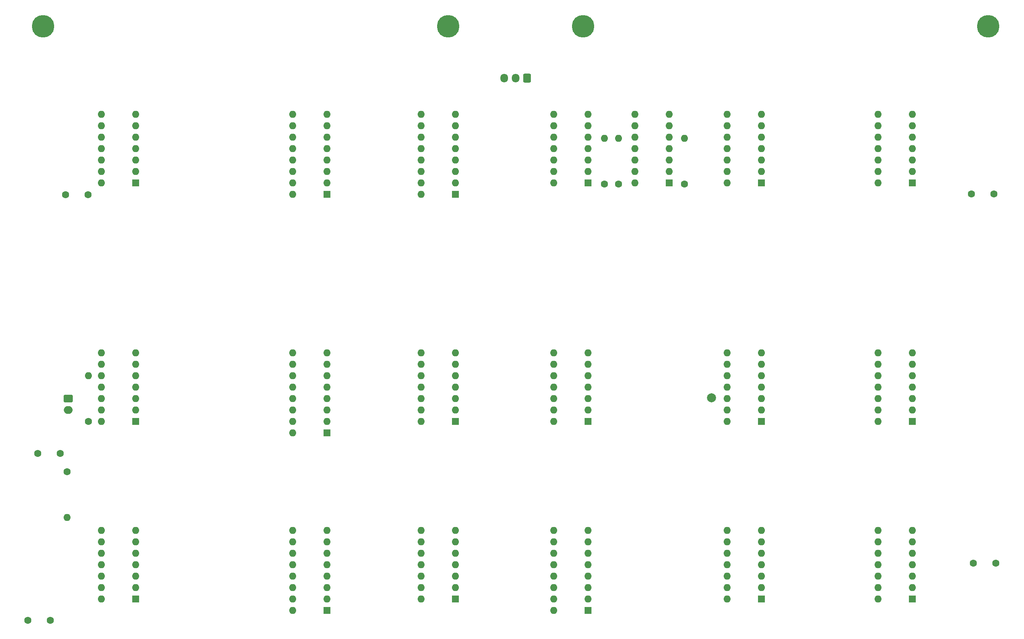
<source format=gbr>
%TF.GenerationSoftware,KiCad,Pcbnew,(6.0.4-0)*%
%TF.CreationDate,2024-04-14T14:43:09+10:00*%
%TF.ProjectId,256 word memory,32353620-776f-4726-9420-6d656d6f7279,rev?*%
%TF.SameCoordinates,Original*%
%TF.FileFunction,Soldermask,Top*%
%TF.FilePolarity,Negative*%
%FSLAX46Y46*%
G04 Gerber Fmt 4.6, Leading zero omitted, Abs format (unit mm)*
G04 Created by KiCad (PCBNEW (6.0.4-0)) date 2024-04-14 14:43:09*
%MOMM*%
%LPD*%
G01*
G04 APERTURE LIST*
G04 Aperture macros list*
%AMRoundRect*
0 Rectangle with rounded corners*
0 $1 Rounding radius*
0 $2 $3 $4 $5 $6 $7 $8 $9 X,Y pos of 4 corners*
0 Add a 4 corners polygon primitive as box body*
4,1,4,$2,$3,$4,$5,$6,$7,$8,$9,$2,$3,0*
0 Add four circle primitives for the rounded corners*
1,1,$1+$1,$2,$3*
1,1,$1+$1,$4,$5*
1,1,$1+$1,$6,$7*
1,1,$1+$1,$8,$9*
0 Add four rect primitives between the rounded corners*
20,1,$1+$1,$2,$3,$4,$5,0*
20,1,$1+$1,$4,$5,$6,$7,0*
20,1,$1+$1,$6,$7,$8,$9,0*
20,1,$1+$1,$8,$9,$2,$3,0*%
G04 Aperture macros list end*
%ADD10C,1.600000*%
%ADD11O,1.600000X1.600000*%
%ADD12R,1.600000X1.600000*%
%ADD13C,2.000000*%
%ADD14C,5.000000*%
%ADD15RoundRect,0.250000X-0.750000X0.600000X-0.750000X-0.600000X0.750000X-0.600000X0.750000X0.600000X0*%
%ADD16O,2.000000X1.700000*%
%ADD17RoundRect,0.250000X0.600000X0.725000X-0.600000X0.725000X-0.600000X-0.725000X0.600000X-0.725000X0*%
%ADD18O,1.700000X1.950000*%
G04 APERTURE END LIST*
D10*
%TO.C,R4*%
X34550000Y-110800000D03*
D11*
X34550000Y-100640000D03*
%TD*%
D10*
%TO.C,R5*%
X29845000Y-121920000D03*
D11*
X29845000Y-132080000D03*
%TD*%
D12*
%TO.C,U7*%
X45120000Y-57740000D03*
D11*
X45120000Y-55200000D03*
X45120000Y-52660000D03*
X45120000Y-50120000D03*
X45120000Y-47580000D03*
X45120000Y-45040000D03*
X45120000Y-42500000D03*
X37500000Y-42500000D03*
X37500000Y-45040000D03*
X37500000Y-47580000D03*
X37500000Y-50120000D03*
X37500000Y-52660000D03*
X37500000Y-55200000D03*
X37500000Y-57740000D03*
%TD*%
D12*
%TO.C,U3*%
X87620000Y-60280000D03*
D11*
X87620000Y-57740000D03*
X87620000Y-55200000D03*
X87620000Y-52660000D03*
X87620000Y-50120000D03*
X87620000Y-47580000D03*
X87620000Y-45040000D03*
X87620000Y-42500000D03*
X80000000Y-42500000D03*
X80000000Y-45040000D03*
X80000000Y-47580000D03*
X80000000Y-50120000D03*
X80000000Y-52660000D03*
X80000000Y-55200000D03*
X80000000Y-57740000D03*
X80000000Y-60280000D03*
%TD*%
D12*
%TO.C,U8*%
X116120000Y-60280000D03*
D11*
X116120000Y-57740000D03*
X116120000Y-55200000D03*
X116120000Y-52660000D03*
X116120000Y-50120000D03*
X116120000Y-47580000D03*
X116120000Y-45040000D03*
X116120000Y-42500000D03*
X108500000Y-42500000D03*
X108500000Y-45040000D03*
X108500000Y-47580000D03*
X108500000Y-50120000D03*
X108500000Y-52660000D03*
X108500000Y-55200000D03*
X108500000Y-57740000D03*
X108500000Y-60280000D03*
%TD*%
D12*
%TO.C,U13*%
X145620000Y-57740000D03*
D11*
X145620000Y-55200000D03*
X145620000Y-52660000D03*
X145620000Y-50120000D03*
X145620000Y-47580000D03*
X145620000Y-45040000D03*
X145620000Y-42500000D03*
X138000000Y-42500000D03*
X138000000Y-45040000D03*
X138000000Y-47580000D03*
X138000000Y-50120000D03*
X138000000Y-52660000D03*
X138000000Y-55200000D03*
X138000000Y-57740000D03*
%TD*%
D12*
%TO.C,U9*%
X87620000Y-113280000D03*
D11*
X87620000Y-110740000D03*
X87620000Y-108200000D03*
X87620000Y-105660000D03*
X87620000Y-103120000D03*
X87620000Y-100580000D03*
X87620000Y-98040000D03*
X87620000Y-95500000D03*
X80000000Y-95500000D03*
X80000000Y-98040000D03*
X80000000Y-100580000D03*
X80000000Y-103120000D03*
X80000000Y-105660000D03*
X80000000Y-108200000D03*
X80000000Y-110740000D03*
X80000000Y-113280000D03*
%TD*%
D12*
%TO.C,U10*%
X116120000Y-110740000D03*
D11*
X116120000Y-108200000D03*
X116120000Y-105660000D03*
X116120000Y-103120000D03*
X116120000Y-100580000D03*
X116120000Y-98040000D03*
X116120000Y-95500000D03*
X108500000Y-95500000D03*
X108500000Y-98040000D03*
X108500000Y-100580000D03*
X108500000Y-103120000D03*
X108500000Y-105660000D03*
X108500000Y-108200000D03*
X108500000Y-110740000D03*
%TD*%
D12*
%TO.C,U12*%
X184120000Y-110740000D03*
D11*
X184120000Y-108200000D03*
X184120000Y-105660000D03*
X184120000Y-103120000D03*
X184120000Y-100580000D03*
X184120000Y-98040000D03*
X184120000Y-95500000D03*
X176500000Y-95500000D03*
X176500000Y-98040000D03*
X176500000Y-100580000D03*
X176500000Y-103120000D03*
X176500000Y-105660000D03*
X176500000Y-108200000D03*
X176500000Y-110740000D03*
%TD*%
D12*
%TO.C,U5*%
X87620000Y-152780000D03*
D11*
X87620000Y-150240000D03*
X87620000Y-147700000D03*
X87620000Y-145160000D03*
X87620000Y-142620000D03*
X87620000Y-140080000D03*
X87620000Y-137540000D03*
X87620000Y-135000000D03*
X80000000Y-135000000D03*
X80000000Y-137540000D03*
X80000000Y-140080000D03*
X80000000Y-142620000D03*
X80000000Y-145160000D03*
X80000000Y-147700000D03*
X80000000Y-150240000D03*
X80000000Y-152780000D03*
%TD*%
D12*
%TO.C,U6*%
X116120000Y-150240000D03*
D11*
X116120000Y-147700000D03*
X116120000Y-145160000D03*
X116120000Y-142620000D03*
X116120000Y-140080000D03*
X116120000Y-137540000D03*
X116120000Y-135000000D03*
X108500000Y-135000000D03*
X108500000Y-137540000D03*
X108500000Y-140080000D03*
X108500000Y-142620000D03*
X108500000Y-145160000D03*
X108500000Y-147700000D03*
X108500000Y-150240000D03*
%TD*%
D12*
%TO.C,U1*%
X45120000Y-110740000D03*
D11*
X45120000Y-108200000D03*
X45120000Y-105660000D03*
X45120000Y-103120000D03*
X45120000Y-100580000D03*
X45120000Y-98040000D03*
X45120000Y-95500000D03*
X37500000Y-95500000D03*
X37500000Y-98040000D03*
X37500000Y-100580000D03*
X37500000Y-103120000D03*
X37500000Y-105660000D03*
X37500000Y-108200000D03*
X37500000Y-110740000D03*
%TD*%
D12*
%TO.C,U16*%
X45120000Y-150240000D03*
D11*
X45120000Y-147700000D03*
X45120000Y-145160000D03*
X45120000Y-142620000D03*
X45120000Y-140080000D03*
X45120000Y-137540000D03*
X45120000Y-135000000D03*
X37500000Y-135000000D03*
X37500000Y-137540000D03*
X37500000Y-140080000D03*
X37500000Y-142620000D03*
X37500000Y-145160000D03*
X37500000Y-147700000D03*
X37500000Y-150240000D03*
%TD*%
D12*
%TO.C,U4*%
X145620000Y-152780000D03*
D11*
X145620000Y-150240000D03*
X145620000Y-147700000D03*
X145620000Y-145160000D03*
X145620000Y-142620000D03*
X145620000Y-140080000D03*
X145620000Y-137540000D03*
X145620000Y-135000000D03*
X138000000Y-135000000D03*
X138000000Y-137540000D03*
X138000000Y-140080000D03*
X138000000Y-142620000D03*
X138000000Y-145160000D03*
X138000000Y-147700000D03*
X138000000Y-150240000D03*
X138000000Y-152780000D03*
%TD*%
D10*
%TO.C,R1*%
X149225000Y-58000000D03*
D11*
X149225000Y-47840000D03*
%TD*%
D10*
%TO.C,R2*%
X167000000Y-58000000D03*
D11*
X167000000Y-47840000D03*
%TD*%
D12*
%TO.C,U2*%
X163620000Y-57740000D03*
D11*
X163620000Y-55200000D03*
X163620000Y-52660000D03*
X163620000Y-50120000D03*
X163620000Y-47580000D03*
X163620000Y-45040000D03*
X163620000Y-42500000D03*
X156000000Y-42500000D03*
X156000000Y-45040000D03*
X156000000Y-47580000D03*
X156000000Y-50120000D03*
X156000000Y-52660000D03*
X156000000Y-55200000D03*
X156000000Y-57740000D03*
%TD*%
D10*
%TO.C,R3*%
X152400000Y-58000000D03*
D11*
X152400000Y-47840000D03*
%TD*%
D12*
%TO.C,U17*%
X217620000Y-110740000D03*
D11*
X217620000Y-108200000D03*
X217620000Y-105660000D03*
X217620000Y-103120000D03*
X217620000Y-100580000D03*
X217620000Y-98040000D03*
X217620000Y-95500000D03*
X210000000Y-95500000D03*
X210000000Y-98040000D03*
X210000000Y-100580000D03*
X210000000Y-103120000D03*
X210000000Y-105660000D03*
X210000000Y-108200000D03*
X210000000Y-110740000D03*
%TD*%
D12*
%TO.C,U19*%
X217620000Y-150240000D03*
D11*
X217620000Y-147700000D03*
X217620000Y-145160000D03*
X217620000Y-142620000D03*
X217620000Y-140080000D03*
X217620000Y-137540000D03*
X217620000Y-135000000D03*
X210000000Y-135000000D03*
X210000000Y-137540000D03*
X210000000Y-140080000D03*
X210000000Y-142620000D03*
X210000000Y-145160000D03*
X210000000Y-147700000D03*
X210000000Y-150240000D03*
%TD*%
D12*
%TO.C,U15*%
X145620000Y-110740000D03*
D11*
X145620000Y-108200000D03*
X145620000Y-105660000D03*
X145620000Y-103120000D03*
X145620000Y-100580000D03*
X145620000Y-98040000D03*
X145620000Y-95500000D03*
X138000000Y-95500000D03*
X138000000Y-98040000D03*
X138000000Y-100580000D03*
X138000000Y-103120000D03*
X138000000Y-105660000D03*
X138000000Y-108200000D03*
X138000000Y-110740000D03*
%TD*%
D12*
%TO.C,U11*%
X184120000Y-57740000D03*
D11*
X184120000Y-55200000D03*
X184120000Y-52660000D03*
X184120000Y-50120000D03*
X184120000Y-47580000D03*
X184120000Y-45040000D03*
X184120000Y-42500000D03*
X176500000Y-42500000D03*
X176500000Y-45040000D03*
X176500000Y-47580000D03*
X176500000Y-50120000D03*
X176500000Y-52660000D03*
X176500000Y-55200000D03*
X176500000Y-57740000D03*
%TD*%
D12*
%TO.C,U14*%
X217620000Y-57740000D03*
D11*
X217620000Y-55200000D03*
X217620000Y-52660000D03*
X217620000Y-50120000D03*
X217620000Y-47580000D03*
X217620000Y-45040000D03*
X217620000Y-42500000D03*
X210000000Y-42500000D03*
X210000000Y-45040000D03*
X210000000Y-47580000D03*
X210000000Y-50120000D03*
X210000000Y-52660000D03*
X210000000Y-55200000D03*
X210000000Y-57740000D03*
%TD*%
D12*
%TO.C,U18*%
X184120000Y-150240000D03*
D11*
X184120000Y-147700000D03*
X184120000Y-145160000D03*
X184120000Y-142620000D03*
X184120000Y-140080000D03*
X184120000Y-137540000D03*
X184120000Y-135000000D03*
X176500000Y-135000000D03*
X176500000Y-137540000D03*
X176500000Y-140080000D03*
X176500000Y-142620000D03*
X176500000Y-145160000D03*
X176500000Y-147700000D03*
X176500000Y-150240000D03*
%TD*%
D13*
%TO.C,J4*%
X173000000Y-105500000D03*
%TD*%
D10*
%TO.C,C1*%
X34527500Y-60388500D03*
X29527500Y-60388500D03*
%TD*%
%TO.C,C2*%
X230759000Y-60198000D03*
X235759000Y-60198000D03*
%TD*%
%TO.C,C3*%
X28321000Y-117856000D03*
X23321000Y-117856000D03*
%TD*%
%TO.C,C4*%
X26162000Y-154940000D03*
X21162000Y-154940000D03*
%TD*%
%TO.C,C5*%
X231203500Y-142303500D03*
X236203500Y-142303500D03*
%TD*%
D14*
%TO.C,H1*%
X24500000Y-23000000D03*
X114500000Y-23000000D03*
%TD*%
%TO.C,H2*%
X234500000Y-23000000D03*
X144500000Y-23000000D03*
%TD*%
D15*
%TO.C,J1*%
X30100000Y-105700000D03*
D16*
X30100000Y-108200000D03*
%TD*%
D17*
%TO.C,J2*%
X132000000Y-34500000D03*
D18*
X129500000Y-34500000D03*
X127000000Y-34500000D03*
%TD*%
M02*

</source>
